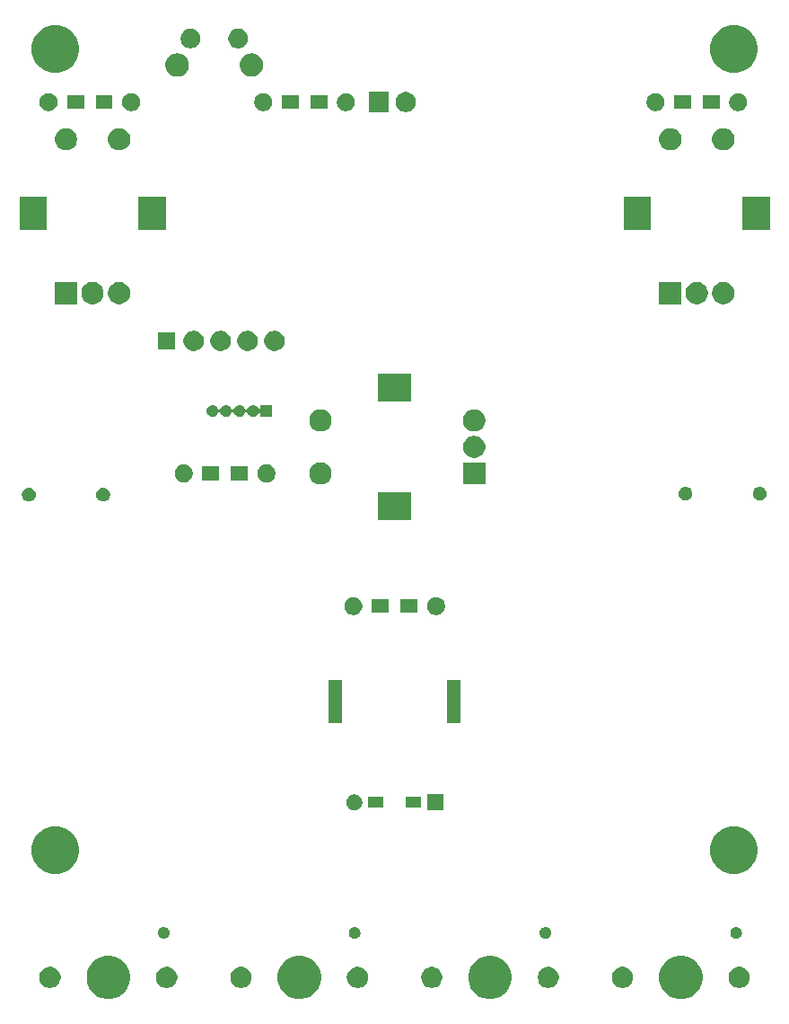
<source format=gbr>
G04 #@! TF.GenerationSoftware,KiCad,Pcbnew,5.1.5+dfsg1-2build2*
G04 #@! TF.CreationDate,2021-03-25T10:03:56+09:00*
G04 #@! TF.ProjectId,pad,7061642e-6b69-4636-9164-5f7063625858,rev?*
G04 #@! TF.SameCoordinates,Original*
G04 #@! TF.FileFunction,Soldermask,Top*
G04 #@! TF.FilePolarity,Negative*
%FSLAX46Y46*%
G04 Gerber Fmt 4.6, Leading zero omitted, Abs format (unit mm)*
G04 Created by KiCad (PCBNEW 5.1.5+dfsg1-2build2) date 2021-03-25 10:03:56*
%MOMM*%
%LPD*%
G04 APERTURE LIST*
%ADD10C,0.100000*%
G04 APERTURE END LIST*
D10*
G36*
X138098254Y-144027818D02*
G01*
X138471511Y-144182426D01*
X138471513Y-144182427D01*
X138807436Y-144406884D01*
X139093116Y-144692564D01*
X139317574Y-145028489D01*
X139472182Y-145401746D01*
X139551000Y-145797993D01*
X139551000Y-146202007D01*
X139472182Y-146598254D01*
X139321293Y-146962532D01*
X139317573Y-146971513D01*
X139093116Y-147307436D01*
X138807436Y-147593116D01*
X138471513Y-147817573D01*
X138471512Y-147817574D01*
X138471511Y-147817574D01*
X138098254Y-147972182D01*
X137702007Y-148051000D01*
X137297993Y-148051000D01*
X136901746Y-147972182D01*
X136528489Y-147817574D01*
X136528488Y-147817574D01*
X136528487Y-147817573D01*
X136192564Y-147593116D01*
X135906884Y-147307436D01*
X135682427Y-146971513D01*
X135678707Y-146962532D01*
X135527818Y-146598254D01*
X135449000Y-146202007D01*
X135449000Y-145797993D01*
X135527818Y-145401746D01*
X135682426Y-145028489D01*
X135906884Y-144692564D01*
X136192564Y-144406884D01*
X136528487Y-144182427D01*
X136528489Y-144182426D01*
X136901746Y-144027818D01*
X137297993Y-143949000D01*
X137702007Y-143949000D01*
X138098254Y-144027818D01*
G37*
G36*
X120098254Y-144027818D02*
G01*
X120471511Y-144182426D01*
X120471513Y-144182427D01*
X120807436Y-144406884D01*
X121093116Y-144692564D01*
X121317574Y-145028489D01*
X121472182Y-145401746D01*
X121551000Y-145797993D01*
X121551000Y-146202007D01*
X121472182Y-146598254D01*
X121321293Y-146962532D01*
X121317573Y-146971513D01*
X121093116Y-147307436D01*
X120807436Y-147593116D01*
X120471513Y-147817573D01*
X120471512Y-147817574D01*
X120471511Y-147817574D01*
X120098254Y-147972182D01*
X119702007Y-148051000D01*
X119297993Y-148051000D01*
X118901746Y-147972182D01*
X118528489Y-147817574D01*
X118528488Y-147817574D01*
X118528487Y-147817573D01*
X118192564Y-147593116D01*
X117906884Y-147307436D01*
X117682427Y-146971513D01*
X117678707Y-146962532D01*
X117527818Y-146598254D01*
X117449000Y-146202007D01*
X117449000Y-145797993D01*
X117527818Y-145401746D01*
X117682426Y-145028489D01*
X117906884Y-144692564D01*
X118192564Y-144406884D01*
X118528487Y-144182427D01*
X118528489Y-144182426D01*
X118901746Y-144027818D01*
X119297993Y-143949000D01*
X119702007Y-143949000D01*
X120098254Y-144027818D01*
G37*
G36*
X84098254Y-144027818D02*
G01*
X84471511Y-144182426D01*
X84471513Y-144182427D01*
X84807436Y-144406884D01*
X85093116Y-144692564D01*
X85317574Y-145028489D01*
X85472182Y-145401746D01*
X85551000Y-145797993D01*
X85551000Y-146202007D01*
X85472182Y-146598254D01*
X85321293Y-146962532D01*
X85317573Y-146971513D01*
X85093116Y-147307436D01*
X84807436Y-147593116D01*
X84471513Y-147817573D01*
X84471512Y-147817574D01*
X84471511Y-147817574D01*
X84098254Y-147972182D01*
X83702007Y-148051000D01*
X83297993Y-148051000D01*
X82901746Y-147972182D01*
X82528489Y-147817574D01*
X82528488Y-147817574D01*
X82528487Y-147817573D01*
X82192564Y-147593116D01*
X81906884Y-147307436D01*
X81682427Y-146971513D01*
X81678707Y-146962532D01*
X81527818Y-146598254D01*
X81449000Y-146202007D01*
X81449000Y-145797993D01*
X81527818Y-145401746D01*
X81682426Y-145028489D01*
X81906884Y-144692564D01*
X82192564Y-144406884D01*
X82528487Y-144182427D01*
X82528489Y-144182426D01*
X82901746Y-144027818D01*
X83297993Y-143949000D01*
X83702007Y-143949000D01*
X84098254Y-144027818D01*
G37*
G36*
X102098254Y-144027818D02*
G01*
X102471511Y-144182426D01*
X102471513Y-144182427D01*
X102807436Y-144406884D01*
X103093116Y-144692564D01*
X103317574Y-145028489D01*
X103472182Y-145401746D01*
X103551000Y-145797993D01*
X103551000Y-146202007D01*
X103472182Y-146598254D01*
X103321293Y-146962532D01*
X103317573Y-146971513D01*
X103093116Y-147307436D01*
X102807436Y-147593116D01*
X102471513Y-147817573D01*
X102471512Y-147817574D01*
X102471511Y-147817574D01*
X102098254Y-147972182D01*
X101702007Y-148051000D01*
X101297993Y-148051000D01*
X100901746Y-147972182D01*
X100528489Y-147817574D01*
X100528488Y-147817574D01*
X100528487Y-147817573D01*
X100192564Y-147593116D01*
X99906884Y-147307436D01*
X99682427Y-146971513D01*
X99678707Y-146962532D01*
X99527818Y-146598254D01*
X99449000Y-146202007D01*
X99449000Y-145797993D01*
X99527818Y-145401746D01*
X99682426Y-145028489D01*
X99906884Y-144692564D01*
X100192564Y-144406884D01*
X100528487Y-144182427D01*
X100528489Y-144182426D01*
X100901746Y-144027818D01*
X101297993Y-143949000D01*
X101702007Y-143949000D01*
X102098254Y-144027818D01*
G37*
G36*
X114291981Y-145037468D02*
G01*
X114474151Y-145112926D01*
X114638100Y-145222473D01*
X114777527Y-145361900D01*
X114887074Y-145525849D01*
X114962532Y-145708019D01*
X115001000Y-145901410D01*
X115001000Y-146098590D01*
X114962532Y-146291981D01*
X114887074Y-146474151D01*
X114777527Y-146638100D01*
X114638100Y-146777527D01*
X114474151Y-146887074D01*
X114291981Y-146962532D01*
X114098591Y-147001000D01*
X113901409Y-147001000D01*
X113708019Y-146962532D01*
X113525849Y-146887074D01*
X113361900Y-146777527D01*
X113222473Y-146638100D01*
X113112926Y-146474151D01*
X113037468Y-146291981D01*
X112999000Y-146098590D01*
X112999000Y-145901410D01*
X113037468Y-145708019D01*
X113112926Y-145525849D01*
X113222473Y-145361900D01*
X113361900Y-145222473D01*
X113525849Y-145112926D01*
X113708019Y-145037468D01*
X113901409Y-144999000D01*
X114098591Y-144999000D01*
X114291981Y-145037468D01*
G37*
G36*
X143291981Y-145037468D02*
G01*
X143474151Y-145112926D01*
X143638100Y-145222473D01*
X143777527Y-145361900D01*
X143887074Y-145525849D01*
X143962532Y-145708019D01*
X144001000Y-145901410D01*
X144001000Y-146098590D01*
X143962532Y-146291981D01*
X143887074Y-146474151D01*
X143777527Y-146638100D01*
X143638100Y-146777527D01*
X143474151Y-146887074D01*
X143291981Y-146962532D01*
X143098591Y-147001000D01*
X142901409Y-147001000D01*
X142708019Y-146962532D01*
X142525849Y-146887074D01*
X142361900Y-146777527D01*
X142222473Y-146638100D01*
X142112926Y-146474151D01*
X142037468Y-146291981D01*
X141999000Y-146098590D01*
X141999000Y-145901410D01*
X142037468Y-145708019D01*
X142112926Y-145525849D01*
X142222473Y-145361900D01*
X142361900Y-145222473D01*
X142525849Y-145112926D01*
X142708019Y-145037468D01*
X142901409Y-144999000D01*
X143098591Y-144999000D01*
X143291981Y-145037468D01*
G37*
G36*
X107291981Y-145037468D02*
G01*
X107474151Y-145112926D01*
X107638100Y-145222473D01*
X107777527Y-145361900D01*
X107887074Y-145525849D01*
X107962532Y-145708019D01*
X108001000Y-145901410D01*
X108001000Y-146098590D01*
X107962532Y-146291981D01*
X107887074Y-146474151D01*
X107777527Y-146638100D01*
X107638100Y-146777527D01*
X107474151Y-146887074D01*
X107291981Y-146962532D01*
X107098591Y-147001000D01*
X106901409Y-147001000D01*
X106708019Y-146962532D01*
X106525849Y-146887074D01*
X106361900Y-146777527D01*
X106222473Y-146638100D01*
X106112926Y-146474151D01*
X106037468Y-146291981D01*
X105999000Y-146098590D01*
X105999000Y-145901410D01*
X106037468Y-145708019D01*
X106112926Y-145525849D01*
X106222473Y-145361900D01*
X106361900Y-145222473D01*
X106525849Y-145112926D01*
X106708019Y-145037468D01*
X106901409Y-144999000D01*
X107098591Y-144999000D01*
X107291981Y-145037468D01*
G37*
G36*
X96291981Y-145037468D02*
G01*
X96474151Y-145112926D01*
X96638100Y-145222473D01*
X96777527Y-145361900D01*
X96887074Y-145525849D01*
X96962532Y-145708019D01*
X97001000Y-145901410D01*
X97001000Y-146098590D01*
X96962532Y-146291981D01*
X96887074Y-146474151D01*
X96777527Y-146638100D01*
X96638100Y-146777527D01*
X96474151Y-146887074D01*
X96291981Y-146962532D01*
X96098591Y-147001000D01*
X95901409Y-147001000D01*
X95708019Y-146962532D01*
X95525849Y-146887074D01*
X95361900Y-146777527D01*
X95222473Y-146638100D01*
X95112926Y-146474151D01*
X95037468Y-146291981D01*
X94999000Y-146098590D01*
X94999000Y-145901410D01*
X95037468Y-145708019D01*
X95112926Y-145525849D01*
X95222473Y-145361900D01*
X95361900Y-145222473D01*
X95525849Y-145112926D01*
X95708019Y-145037468D01*
X95901409Y-144999000D01*
X96098591Y-144999000D01*
X96291981Y-145037468D01*
G37*
G36*
X78291981Y-145037468D02*
G01*
X78474151Y-145112926D01*
X78638100Y-145222473D01*
X78777527Y-145361900D01*
X78887074Y-145525849D01*
X78962532Y-145708019D01*
X79001000Y-145901410D01*
X79001000Y-146098590D01*
X78962532Y-146291981D01*
X78887074Y-146474151D01*
X78777527Y-146638100D01*
X78638100Y-146777527D01*
X78474151Y-146887074D01*
X78291981Y-146962532D01*
X78098591Y-147001000D01*
X77901409Y-147001000D01*
X77708019Y-146962532D01*
X77525849Y-146887074D01*
X77361900Y-146777527D01*
X77222473Y-146638100D01*
X77112926Y-146474151D01*
X77037468Y-146291981D01*
X76999000Y-146098590D01*
X76999000Y-145901410D01*
X77037468Y-145708019D01*
X77112926Y-145525849D01*
X77222473Y-145361900D01*
X77361900Y-145222473D01*
X77525849Y-145112926D01*
X77708019Y-145037468D01*
X77901409Y-144999000D01*
X78098591Y-144999000D01*
X78291981Y-145037468D01*
G37*
G36*
X125291981Y-145037468D02*
G01*
X125474151Y-145112926D01*
X125638100Y-145222473D01*
X125777527Y-145361900D01*
X125887074Y-145525849D01*
X125962532Y-145708019D01*
X126001000Y-145901410D01*
X126001000Y-146098590D01*
X125962532Y-146291981D01*
X125887074Y-146474151D01*
X125777527Y-146638100D01*
X125638100Y-146777527D01*
X125474151Y-146887074D01*
X125291981Y-146962532D01*
X125098591Y-147001000D01*
X124901409Y-147001000D01*
X124708019Y-146962532D01*
X124525849Y-146887074D01*
X124361900Y-146777527D01*
X124222473Y-146638100D01*
X124112926Y-146474151D01*
X124037468Y-146291981D01*
X123999000Y-146098590D01*
X123999000Y-145901410D01*
X124037468Y-145708019D01*
X124112926Y-145525849D01*
X124222473Y-145361900D01*
X124361900Y-145222473D01*
X124525849Y-145112926D01*
X124708019Y-145037468D01*
X124901409Y-144999000D01*
X125098591Y-144999000D01*
X125291981Y-145037468D01*
G37*
G36*
X89291981Y-145037468D02*
G01*
X89474151Y-145112926D01*
X89638100Y-145222473D01*
X89777527Y-145361900D01*
X89887074Y-145525849D01*
X89962532Y-145708019D01*
X90001000Y-145901410D01*
X90001000Y-146098590D01*
X89962532Y-146291981D01*
X89887074Y-146474151D01*
X89777527Y-146638100D01*
X89638100Y-146777527D01*
X89474151Y-146887074D01*
X89291981Y-146962532D01*
X89098591Y-147001000D01*
X88901409Y-147001000D01*
X88708019Y-146962532D01*
X88525849Y-146887074D01*
X88361900Y-146777527D01*
X88222473Y-146638100D01*
X88112926Y-146474151D01*
X88037468Y-146291981D01*
X87999000Y-146098590D01*
X87999000Y-145901410D01*
X88037468Y-145708019D01*
X88112926Y-145525849D01*
X88222473Y-145361900D01*
X88361900Y-145222473D01*
X88525849Y-145112926D01*
X88708019Y-145037468D01*
X88901409Y-144999000D01*
X89098591Y-144999000D01*
X89291981Y-145037468D01*
G37*
G36*
X132291981Y-145037468D02*
G01*
X132474151Y-145112926D01*
X132638100Y-145222473D01*
X132777527Y-145361900D01*
X132887074Y-145525849D01*
X132962532Y-145708019D01*
X133001000Y-145901410D01*
X133001000Y-146098590D01*
X132962532Y-146291981D01*
X132887074Y-146474151D01*
X132777527Y-146638100D01*
X132638100Y-146777527D01*
X132474151Y-146887074D01*
X132291981Y-146962532D01*
X132098591Y-147001000D01*
X131901409Y-147001000D01*
X131708019Y-146962532D01*
X131525849Y-146887074D01*
X131361900Y-146777527D01*
X131222473Y-146638100D01*
X131112926Y-146474151D01*
X131037468Y-146291981D01*
X130999000Y-146098590D01*
X130999000Y-145901410D01*
X131037468Y-145708019D01*
X131112926Y-145525849D01*
X131222473Y-145361900D01*
X131361900Y-145222473D01*
X131525849Y-145112926D01*
X131708019Y-145037468D01*
X131901409Y-144999000D01*
X132098591Y-144999000D01*
X132291981Y-145037468D01*
G37*
G36*
X142880721Y-141270174D02*
G01*
X142980995Y-141311709D01*
X142980996Y-141311710D01*
X143071242Y-141372010D01*
X143147990Y-141448758D01*
X143147991Y-141448760D01*
X143208291Y-141539005D01*
X143249826Y-141639279D01*
X143271000Y-141745730D01*
X143271000Y-141854270D01*
X143249826Y-141960721D01*
X143208291Y-142060995D01*
X143208290Y-142060996D01*
X143147990Y-142151242D01*
X143071242Y-142227990D01*
X143025812Y-142258345D01*
X142980995Y-142288291D01*
X142880721Y-142329826D01*
X142774270Y-142351000D01*
X142665730Y-142351000D01*
X142559279Y-142329826D01*
X142459005Y-142288291D01*
X142414188Y-142258345D01*
X142368758Y-142227990D01*
X142292010Y-142151242D01*
X142231710Y-142060996D01*
X142231709Y-142060995D01*
X142190174Y-141960721D01*
X142169000Y-141854270D01*
X142169000Y-141745730D01*
X142190174Y-141639279D01*
X142231709Y-141539005D01*
X142292009Y-141448760D01*
X142292010Y-141448758D01*
X142368758Y-141372010D01*
X142459004Y-141311710D01*
X142459005Y-141311709D01*
X142559279Y-141270174D01*
X142665730Y-141249000D01*
X142774270Y-141249000D01*
X142880721Y-141270174D01*
G37*
G36*
X124880721Y-141270174D02*
G01*
X124980995Y-141311709D01*
X124980996Y-141311710D01*
X125071242Y-141372010D01*
X125147990Y-141448758D01*
X125147991Y-141448760D01*
X125208291Y-141539005D01*
X125249826Y-141639279D01*
X125271000Y-141745730D01*
X125271000Y-141854270D01*
X125249826Y-141960721D01*
X125208291Y-142060995D01*
X125208290Y-142060996D01*
X125147990Y-142151242D01*
X125071242Y-142227990D01*
X125025812Y-142258345D01*
X124980995Y-142288291D01*
X124880721Y-142329826D01*
X124774270Y-142351000D01*
X124665730Y-142351000D01*
X124559279Y-142329826D01*
X124459005Y-142288291D01*
X124414188Y-142258345D01*
X124368758Y-142227990D01*
X124292010Y-142151242D01*
X124231710Y-142060996D01*
X124231709Y-142060995D01*
X124190174Y-141960721D01*
X124169000Y-141854270D01*
X124169000Y-141745730D01*
X124190174Y-141639279D01*
X124231709Y-141539005D01*
X124292009Y-141448760D01*
X124292010Y-141448758D01*
X124368758Y-141372010D01*
X124459004Y-141311710D01*
X124459005Y-141311709D01*
X124559279Y-141270174D01*
X124665730Y-141249000D01*
X124774270Y-141249000D01*
X124880721Y-141270174D01*
G37*
G36*
X88880721Y-141270174D02*
G01*
X88980995Y-141311709D01*
X88980996Y-141311710D01*
X89071242Y-141372010D01*
X89147990Y-141448758D01*
X89147991Y-141448760D01*
X89208291Y-141539005D01*
X89249826Y-141639279D01*
X89271000Y-141745730D01*
X89271000Y-141854270D01*
X89249826Y-141960721D01*
X89208291Y-142060995D01*
X89208290Y-142060996D01*
X89147990Y-142151242D01*
X89071242Y-142227990D01*
X89025812Y-142258345D01*
X88980995Y-142288291D01*
X88880721Y-142329826D01*
X88774270Y-142351000D01*
X88665730Y-142351000D01*
X88559279Y-142329826D01*
X88459005Y-142288291D01*
X88414188Y-142258345D01*
X88368758Y-142227990D01*
X88292010Y-142151242D01*
X88231710Y-142060996D01*
X88231709Y-142060995D01*
X88190174Y-141960721D01*
X88169000Y-141854270D01*
X88169000Y-141745730D01*
X88190174Y-141639279D01*
X88231709Y-141539005D01*
X88292009Y-141448760D01*
X88292010Y-141448758D01*
X88368758Y-141372010D01*
X88459004Y-141311710D01*
X88459005Y-141311709D01*
X88559279Y-141270174D01*
X88665730Y-141249000D01*
X88774270Y-141249000D01*
X88880721Y-141270174D01*
G37*
G36*
X106880721Y-141270174D02*
G01*
X106980995Y-141311709D01*
X106980996Y-141311710D01*
X107071242Y-141372010D01*
X107147990Y-141448758D01*
X107147991Y-141448760D01*
X107208291Y-141539005D01*
X107249826Y-141639279D01*
X107271000Y-141745730D01*
X107271000Y-141854270D01*
X107249826Y-141960721D01*
X107208291Y-142060995D01*
X107208290Y-142060996D01*
X107147990Y-142151242D01*
X107071242Y-142227990D01*
X107025812Y-142258345D01*
X106980995Y-142288291D01*
X106880721Y-142329826D01*
X106774270Y-142351000D01*
X106665730Y-142351000D01*
X106559279Y-142329826D01*
X106459005Y-142288291D01*
X106414188Y-142258345D01*
X106368758Y-142227990D01*
X106292010Y-142151242D01*
X106231710Y-142060996D01*
X106231709Y-142060995D01*
X106190174Y-141960721D01*
X106169000Y-141854270D01*
X106169000Y-141745730D01*
X106190174Y-141639279D01*
X106231709Y-141539005D01*
X106292009Y-141448760D01*
X106292010Y-141448758D01*
X106368758Y-141372010D01*
X106459004Y-141311710D01*
X106459005Y-141311709D01*
X106559279Y-141270174D01*
X106665730Y-141249000D01*
X106774270Y-141249000D01*
X106880721Y-141270174D01*
G37*
G36*
X78775880Y-131759776D02*
G01*
X79156593Y-131835504D01*
X79566249Y-132005189D01*
X79934929Y-132251534D01*
X80248466Y-132565071D01*
X80494811Y-132933751D01*
X80664496Y-133343407D01*
X80751000Y-133778296D01*
X80751000Y-134221704D01*
X80664496Y-134656593D01*
X80494811Y-135066249D01*
X80248466Y-135434929D01*
X79934929Y-135748466D01*
X79566249Y-135994811D01*
X79156593Y-136164496D01*
X78775880Y-136240224D01*
X78721705Y-136251000D01*
X78278295Y-136251000D01*
X78224120Y-136240224D01*
X77843407Y-136164496D01*
X77433751Y-135994811D01*
X77065071Y-135748466D01*
X76751534Y-135434929D01*
X76505189Y-135066249D01*
X76335504Y-134656593D01*
X76249000Y-134221704D01*
X76249000Y-133778296D01*
X76335504Y-133343407D01*
X76505189Y-132933751D01*
X76751534Y-132565071D01*
X77065071Y-132251534D01*
X77433751Y-132005189D01*
X77843407Y-131835504D01*
X78224120Y-131759776D01*
X78278295Y-131749000D01*
X78721705Y-131749000D01*
X78775880Y-131759776D01*
G37*
G36*
X142775880Y-131759776D02*
G01*
X143156593Y-131835504D01*
X143566249Y-132005189D01*
X143934929Y-132251534D01*
X144248466Y-132565071D01*
X144494811Y-132933751D01*
X144664496Y-133343407D01*
X144751000Y-133778296D01*
X144751000Y-134221704D01*
X144664496Y-134656593D01*
X144494811Y-135066249D01*
X144248466Y-135434929D01*
X143934929Y-135748466D01*
X143566249Y-135994811D01*
X143156593Y-136164496D01*
X142775880Y-136240224D01*
X142721705Y-136251000D01*
X142278295Y-136251000D01*
X142224120Y-136240224D01*
X141843407Y-136164496D01*
X141433751Y-135994811D01*
X141065071Y-135748466D01*
X140751534Y-135434929D01*
X140505189Y-135066249D01*
X140335504Y-134656593D01*
X140249000Y-134221704D01*
X140249000Y-133778296D01*
X140335504Y-133343407D01*
X140505189Y-132933751D01*
X140751534Y-132565071D01*
X141065071Y-132251534D01*
X141433751Y-132005189D01*
X141843407Y-131835504D01*
X142224120Y-131759776D01*
X142278295Y-131749000D01*
X142721705Y-131749000D01*
X142775880Y-131759776D01*
G37*
G36*
X106784425Y-128754599D02*
G01*
X106908621Y-128779302D01*
X107045022Y-128835801D01*
X107167779Y-128917825D01*
X107272175Y-129022221D01*
X107354199Y-129144978D01*
X107410698Y-129281379D01*
X107439500Y-129426181D01*
X107439500Y-129573819D01*
X107410698Y-129718621D01*
X107354199Y-129855022D01*
X107272175Y-129977779D01*
X107167779Y-130082175D01*
X107045022Y-130164199D01*
X106908621Y-130220698D01*
X106784425Y-130245401D01*
X106763820Y-130249500D01*
X106616180Y-130249500D01*
X106595575Y-130245401D01*
X106471379Y-130220698D01*
X106334978Y-130164199D01*
X106212221Y-130082175D01*
X106107825Y-129977779D01*
X106025801Y-129855022D01*
X105969302Y-129718621D01*
X105940500Y-129573819D01*
X105940500Y-129426181D01*
X105969302Y-129281379D01*
X106025801Y-129144978D01*
X106107825Y-129022221D01*
X106212221Y-128917825D01*
X106334978Y-128835801D01*
X106471379Y-128779302D01*
X106595575Y-128754599D01*
X106616180Y-128750500D01*
X106763820Y-128750500D01*
X106784425Y-128754599D01*
G37*
G36*
X115059500Y-130249500D02*
G01*
X113560500Y-130249500D01*
X113560500Y-128750500D01*
X115059500Y-128750500D01*
X115059500Y-130249500D01*
G37*
G36*
X109426000Y-130026000D02*
G01*
X108024000Y-130026000D01*
X108024000Y-128974000D01*
X109426000Y-128974000D01*
X109426000Y-130026000D01*
G37*
G36*
X112976000Y-130026000D02*
G01*
X111574000Y-130026000D01*
X111574000Y-128974000D01*
X112976000Y-128974000D01*
X112976000Y-130026000D01*
G37*
G36*
X105551000Y-122051000D02*
G01*
X104249000Y-122051000D01*
X104249000Y-117949000D01*
X105551000Y-117949000D01*
X105551000Y-122051000D01*
G37*
G36*
X116751000Y-122051000D02*
G01*
X115449000Y-122051000D01*
X115449000Y-117949000D01*
X116751000Y-117949000D01*
X116751000Y-122051000D01*
G37*
G36*
X114648228Y-110181703D02*
G01*
X114803100Y-110245853D01*
X114942481Y-110338985D01*
X115061015Y-110457519D01*
X115154147Y-110596900D01*
X115218297Y-110751772D01*
X115251000Y-110916184D01*
X115251000Y-111083816D01*
X115218297Y-111248228D01*
X115154147Y-111403100D01*
X115061015Y-111542481D01*
X114942481Y-111661015D01*
X114803100Y-111754147D01*
X114648228Y-111818297D01*
X114483816Y-111851000D01*
X114316184Y-111851000D01*
X114151772Y-111818297D01*
X113996900Y-111754147D01*
X113857519Y-111661015D01*
X113738985Y-111542481D01*
X113645853Y-111403100D01*
X113581703Y-111248228D01*
X113549000Y-111083816D01*
X113549000Y-110916184D01*
X113581703Y-110751772D01*
X113645853Y-110596900D01*
X113738985Y-110457519D01*
X113857519Y-110338985D01*
X113996900Y-110245853D01*
X114151772Y-110181703D01*
X114316184Y-110149000D01*
X114483816Y-110149000D01*
X114648228Y-110181703D01*
G37*
G36*
X106848228Y-110181703D02*
G01*
X107003100Y-110245853D01*
X107142481Y-110338985D01*
X107261015Y-110457519D01*
X107354147Y-110596900D01*
X107418297Y-110751772D01*
X107451000Y-110916184D01*
X107451000Y-111083816D01*
X107418297Y-111248228D01*
X107354147Y-111403100D01*
X107261015Y-111542481D01*
X107142481Y-111661015D01*
X107003100Y-111754147D01*
X106848228Y-111818297D01*
X106683816Y-111851000D01*
X106516184Y-111851000D01*
X106351772Y-111818297D01*
X106196900Y-111754147D01*
X106057519Y-111661015D01*
X105938985Y-111542481D01*
X105845853Y-111403100D01*
X105781703Y-111248228D01*
X105749000Y-111083816D01*
X105749000Y-110916184D01*
X105781703Y-110751772D01*
X105845853Y-110596900D01*
X105938985Y-110457519D01*
X106057519Y-110338985D01*
X106196900Y-110245853D01*
X106351772Y-110181703D01*
X106516184Y-110149000D01*
X106683816Y-110149000D01*
X106848228Y-110181703D01*
G37*
G36*
X112651000Y-111651000D02*
G01*
X111049000Y-111651000D01*
X111049000Y-110349000D01*
X112651000Y-110349000D01*
X112651000Y-111651000D01*
G37*
G36*
X109951000Y-111651000D02*
G01*
X108349000Y-111651000D01*
X108349000Y-110349000D01*
X109951000Y-110349000D01*
X109951000Y-111651000D01*
G37*
G36*
X112051000Y-102901000D02*
G01*
X108949000Y-102901000D01*
X108949000Y-100299000D01*
X112051000Y-100299000D01*
X112051000Y-102901000D01*
G37*
G36*
X76189890Y-99874017D02*
G01*
X76308364Y-99923091D01*
X76414988Y-99994335D01*
X76505665Y-100085012D01*
X76576909Y-100191636D01*
X76625983Y-100310110D01*
X76651000Y-100435882D01*
X76651000Y-100564118D01*
X76625983Y-100689890D01*
X76576909Y-100808364D01*
X76505665Y-100914988D01*
X76414988Y-101005665D01*
X76308364Y-101076909D01*
X76308363Y-101076910D01*
X76308362Y-101076910D01*
X76189890Y-101125983D01*
X76064119Y-101151000D01*
X75935881Y-101151000D01*
X75810110Y-101125983D01*
X75691638Y-101076910D01*
X75691637Y-101076910D01*
X75691636Y-101076909D01*
X75585012Y-101005665D01*
X75494335Y-100914988D01*
X75423091Y-100808364D01*
X75374017Y-100689890D01*
X75349000Y-100564118D01*
X75349000Y-100435882D01*
X75374017Y-100310110D01*
X75423091Y-100191636D01*
X75494335Y-100085012D01*
X75585012Y-99994335D01*
X75691636Y-99923091D01*
X75810110Y-99874017D01*
X75935881Y-99849000D01*
X76064119Y-99849000D01*
X76189890Y-99874017D01*
G37*
G36*
X83189890Y-99874017D02*
G01*
X83308364Y-99923091D01*
X83414988Y-99994335D01*
X83505665Y-100085012D01*
X83576909Y-100191636D01*
X83625983Y-100310110D01*
X83651000Y-100435882D01*
X83651000Y-100564118D01*
X83625983Y-100689890D01*
X83576909Y-100808364D01*
X83505665Y-100914988D01*
X83414988Y-101005665D01*
X83308364Y-101076909D01*
X83308363Y-101076910D01*
X83308362Y-101076910D01*
X83189890Y-101125983D01*
X83064119Y-101151000D01*
X82935881Y-101151000D01*
X82810110Y-101125983D01*
X82691638Y-101076910D01*
X82691637Y-101076910D01*
X82691636Y-101076909D01*
X82585012Y-101005665D01*
X82494335Y-100914988D01*
X82423091Y-100808364D01*
X82374017Y-100689890D01*
X82349000Y-100564118D01*
X82349000Y-100435882D01*
X82374017Y-100310110D01*
X82423091Y-100191636D01*
X82494335Y-100085012D01*
X82585012Y-99994335D01*
X82691636Y-99923091D01*
X82810110Y-99874017D01*
X82935881Y-99849000D01*
X83064119Y-99849000D01*
X83189890Y-99874017D01*
G37*
G36*
X145120890Y-99774017D02*
G01*
X145239364Y-99823091D01*
X145345988Y-99894335D01*
X145436665Y-99985012D01*
X145507909Y-100091636D01*
X145556983Y-100210110D01*
X145582000Y-100335882D01*
X145582000Y-100464118D01*
X145556983Y-100589890D01*
X145507909Y-100708364D01*
X145436665Y-100814988D01*
X145345988Y-100905665D01*
X145239364Y-100976909D01*
X145239363Y-100976910D01*
X145239362Y-100976910D01*
X145120890Y-101025983D01*
X144995119Y-101051000D01*
X144866881Y-101051000D01*
X144741110Y-101025983D01*
X144622638Y-100976910D01*
X144622637Y-100976910D01*
X144622636Y-100976909D01*
X144516012Y-100905665D01*
X144425335Y-100814988D01*
X144354091Y-100708364D01*
X144305017Y-100589890D01*
X144280000Y-100464118D01*
X144280000Y-100335882D01*
X144305017Y-100210110D01*
X144354091Y-100091636D01*
X144425335Y-99985012D01*
X144516012Y-99894335D01*
X144622636Y-99823091D01*
X144741110Y-99774017D01*
X144866881Y-99749000D01*
X144995119Y-99749000D01*
X145120890Y-99774017D01*
G37*
G36*
X138120890Y-99774017D02*
G01*
X138239364Y-99823091D01*
X138345988Y-99894335D01*
X138436665Y-99985012D01*
X138507909Y-100091636D01*
X138556983Y-100210110D01*
X138582000Y-100335882D01*
X138582000Y-100464118D01*
X138556983Y-100589890D01*
X138507909Y-100708364D01*
X138436665Y-100814988D01*
X138345988Y-100905665D01*
X138239364Y-100976909D01*
X138239363Y-100976910D01*
X138239362Y-100976910D01*
X138120890Y-101025983D01*
X137995119Y-101051000D01*
X137866881Y-101051000D01*
X137741110Y-101025983D01*
X137622638Y-100976910D01*
X137622637Y-100976910D01*
X137622636Y-100976909D01*
X137516012Y-100905665D01*
X137425335Y-100814988D01*
X137354091Y-100708364D01*
X137305017Y-100589890D01*
X137280000Y-100464118D01*
X137280000Y-100335882D01*
X137305017Y-100210110D01*
X137354091Y-100091636D01*
X137425335Y-99985012D01*
X137516012Y-99894335D01*
X137622636Y-99823091D01*
X137741110Y-99774017D01*
X137866881Y-99749000D01*
X137995119Y-99749000D01*
X138120890Y-99774017D01*
G37*
G36*
X119051000Y-99551000D02*
G01*
X116949000Y-99551000D01*
X116949000Y-97449000D01*
X119051000Y-97449000D01*
X119051000Y-99551000D01*
G37*
G36*
X103806564Y-97489389D02*
G01*
X103997833Y-97568615D01*
X103997835Y-97568616D01*
X104118138Y-97649000D01*
X104169973Y-97683635D01*
X104316365Y-97830027D01*
X104431385Y-98002167D01*
X104510611Y-98193436D01*
X104551000Y-98396484D01*
X104551000Y-98603516D01*
X104510611Y-98806564D01*
X104431385Y-98997833D01*
X104431384Y-98997835D01*
X104316365Y-99169973D01*
X104169973Y-99316365D01*
X103997835Y-99431384D01*
X103997834Y-99431385D01*
X103997833Y-99431385D01*
X103806564Y-99510611D01*
X103603516Y-99551000D01*
X103396484Y-99551000D01*
X103193436Y-99510611D01*
X103002167Y-99431385D01*
X103002166Y-99431385D01*
X103002165Y-99431384D01*
X102830027Y-99316365D01*
X102683635Y-99169973D01*
X102568616Y-98997835D01*
X102568615Y-98997833D01*
X102489389Y-98806564D01*
X102449000Y-98603516D01*
X102449000Y-98396484D01*
X102489389Y-98193436D01*
X102568615Y-98002167D01*
X102683635Y-97830027D01*
X102830027Y-97683635D01*
X102881862Y-97649000D01*
X103002165Y-97568616D01*
X103002167Y-97568615D01*
X103193436Y-97489389D01*
X103396484Y-97449000D01*
X103603516Y-97449000D01*
X103806564Y-97489389D01*
G37*
G36*
X90848228Y-97681703D02*
G01*
X91003100Y-97745853D01*
X91142481Y-97838985D01*
X91261015Y-97957519D01*
X91354147Y-98096900D01*
X91418297Y-98251772D01*
X91451000Y-98416184D01*
X91451000Y-98583816D01*
X91418297Y-98748228D01*
X91354147Y-98903100D01*
X91261015Y-99042481D01*
X91142481Y-99161015D01*
X91003100Y-99254147D01*
X90848228Y-99318297D01*
X90683816Y-99351000D01*
X90516184Y-99351000D01*
X90351772Y-99318297D01*
X90196900Y-99254147D01*
X90057519Y-99161015D01*
X89938985Y-99042481D01*
X89845853Y-98903100D01*
X89781703Y-98748228D01*
X89749000Y-98583816D01*
X89749000Y-98416184D01*
X89781703Y-98251772D01*
X89845853Y-98096900D01*
X89938985Y-97957519D01*
X90057519Y-97838985D01*
X90196900Y-97745853D01*
X90351772Y-97681703D01*
X90516184Y-97649000D01*
X90683816Y-97649000D01*
X90848228Y-97681703D01*
G37*
G36*
X98648228Y-97681703D02*
G01*
X98803100Y-97745853D01*
X98942481Y-97838985D01*
X99061015Y-97957519D01*
X99154147Y-98096900D01*
X99218297Y-98251772D01*
X99251000Y-98416184D01*
X99251000Y-98583816D01*
X99218297Y-98748228D01*
X99154147Y-98903100D01*
X99061015Y-99042481D01*
X98942481Y-99161015D01*
X98803100Y-99254147D01*
X98648228Y-99318297D01*
X98483816Y-99351000D01*
X98316184Y-99351000D01*
X98151772Y-99318297D01*
X97996900Y-99254147D01*
X97857519Y-99161015D01*
X97738985Y-99042481D01*
X97645853Y-98903100D01*
X97581703Y-98748228D01*
X97549000Y-98583816D01*
X97549000Y-98416184D01*
X97581703Y-98251772D01*
X97645853Y-98096900D01*
X97738985Y-97957519D01*
X97857519Y-97838985D01*
X97996900Y-97745853D01*
X98151772Y-97681703D01*
X98316184Y-97649000D01*
X98483816Y-97649000D01*
X98648228Y-97681703D01*
G37*
G36*
X96651000Y-99151000D02*
G01*
X95049000Y-99151000D01*
X95049000Y-97849000D01*
X96651000Y-97849000D01*
X96651000Y-99151000D01*
G37*
G36*
X93951000Y-99151000D02*
G01*
X92349000Y-99151000D01*
X92349000Y-97849000D01*
X93951000Y-97849000D01*
X93951000Y-99151000D01*
G37*
G36*
X118306564Y-94989389D02*
G01*
X118497833Y-95068615D01*
X118497835Y-95068616D01*
X118669973Y-95183635D01*
X118816365Y-95330027D01*
X118931385Y-95502167D01*
X119010611Y-95693436D01*
X119051000Y-95896484D01*
X119051000Y-96103516D01*
X119010611Y-96306564D01*
X118931385Y-96497833D01*
X118931384Y-96497835D01*
X118816365Y-96669973D01*
X118669973Y-96816365D01*
X118497835Y-96931384D01*
X118497834Y-96931385D01*
X118497833Y-96931385D01*
X118306564Y-97010611D01*
X118103516Y-97051000D01*
X117896484Y-97051000D01*
X117693436Y-97010611D01*
X117502167Y-96931385D01*
X117502166Y-96931385D01*
X117502165Y-96931384D01*
X117330027Y-96816365D01*
X117183635Y-96669973D01*
X117068616Y-96497835D01*
X117068615Y-96497833D01*
X116989389Y-96306564D01*
X116949000Y-96103516D01*
X116949000Y-95896484D01*
X116989389Y-95693436D01*
X117068615Y-95502167D01*
X117183635Y-95330027D01*
X117330027Y-95183635D01*
X117502165Y-95068616D01*
X117502167Y-95068615D01*
X117693436Y-94989389D01*
X117896484Y-94949000D01*
X118103516Y-94949000D01*
X118306564Y-94989389D01*
G37*
G36*
X118306564Y-92489389D02*
G01*
X118497833Y-92568615D01*
X118497835Y-92568616D01*
X118669973Y-92683635D01*
X118816365Y-92830027D01*
X118900030Y-92955240D01*
X118931385Y-93002167D01*
X119010611Y-93193436D01*
X119051000Y-93396484D01*
X119051000Y-93603516D01*
X119010611Y-93806564D01*
X118931385Y-93997833D01*
X118931384Y-93997835D01*
X118816365Y-94169973D01*
X118669973Y-94316365D01*
X118497835Y-94431384D01*
X118497834Y-94431385D01*
X118497833Y-94431385D01*
X118306564Y-94510611D01*
X118103516Y-94551000D01*
X117896484Y-94551000D01*
X117693436Y-94510611D01*
X117502167Y-94431385D01*
X117502166Y-94431385D01*
X117502165Y-94431384D01*
X117330027Y-94316365D01*
X117183635Y-94169973D01*
X117068616Y-93997835D01*
X117068615Y-93997833D01*
X116989389Y-93806564D01*
X116949000Y-93603516D01*
X116949000Y-93396484D01*
X116989389Y-93193436D01*
X117068615Y-93002167D01*
X117099971Y-92955240D01*
X117183635Y-92830027D01*
X117330027Y-92683635D01*
X117502165Y-92568616D01*
X117502167Y-92568615D01*
X117693436Y-92489389D01*
X117896484Y-92449000D01*
X118103516Y-92449000D01*
X118306564Y-92489389D01*
G37*
G36*
X103806564Y-92489389D02*
G01*
X103997833Y-92568615D01*
X103997835Y-92568616D01*
X104169973Y-92683635D01*
X104316365Y-92830027D01*
X104400030Y-92955240D01*
X104431385Y-93002167D01*
X104510611Y-93193436D01*
X104551000Y-93396484D01*
X104551000Y-93603516D01*
X104510611Y-93806564D01*
X104431385Y-93997833D01*
X104431384Y-93997835D01*
X104316365Y-94169973D01*
X104169973Y-94316365D01*
X103997835Y-94431384D01*
X103997834Y-94431385D01*
X103997833Y-94431385D01*
X103806564Y-94510611D01*
X103603516Y-94551000D01*
X103396484Y-94551000D01*
X103193436Y-94510611D01*
X103002167Y-94431385D01*
X103002166Y-94431385D01*
X103002165Y-94431384D01*
X102830027Y-94316365D01*
X102683635Y-94169973D01*
X102568616Y-93997835D01*
X102568615Y-93997833D01*
X102489389Y-93806564D01*
X102449000Y-93603516D01*
X102449000Y-93396484D01*
X102489389Y-93193436D01*
X102568615Y-93002167D01*
X102599971Y-92955240D01*
X102683635Y-92830027D01*
X102830027Y-92683635D01*
X103002165Y-92568616D01*
X103002167Y-92568615D01*
X103193436Y-92489389D01*
X103396484Y-92449000D01*
X103603516Y-92449000D01*
X103806564Y-92489389D01*
G37*
G36*
X93478721Y-92074174D02*
G01*
X93578995Y-92115709D01*
X93578996Y-92115710D01*
X93669242Y-92176010D01*
X93745990Y-92252758D01*
X93745991Y-92252760D01*
X93806291Y-92343005D01*
X93837516Y-92418389D01*
X93849067Y-92440000D01*
X93864612Y-92458941D01*
X93883554Y-92474487D01*
X93905165Y-92486038D01*
X93928614Y-92493151D01*
X93953000Y-92495553D01*
X93977386Y-92493151D01*
X94000835Y-92486038D01*
X94022446Y-92474487D01*
X94041387Y-92458942D01*
X94056933Y-92440000D01*
X94068484Y-92418389D01*
X94099709Y-92343005D01*
X94160009Y-92252760D01*
X94160010Y-92252758D01*
X94236758Y-92176010D01*
X94327004Y-92115710D01*
X94327005Y-92115709D01*
X94427279Y-92074174D01*
X94533730Y-92053000D01*
X94642270Y-92053000D01*
X94748721Y-92074174D01*
X94848995Y-92115709D01*
X94848996Y-92115710D01*
X94939242Y-92176010D01*
X95015990Y-92252758D01*
X95015991Y-92252760D01*
X95076291Y-92343005D01*
X95107516Y-92418389D01*
X95119067Y-92440000D01*
X95134612Y-92458941D01*
X95153554Y-92474487D01*
X95175165Y-92486038D01*
X95198614Y-92493151D01*
X95223000Y-92495553D01*
X95247386Y-92493151D01*
X95270835Y-92486038D01*
X95292446Y-92474487D01*
X95311387Y-92458942D01*
X95326933Y-92440000D01*
X95338484Y-92418389D01*
X95369709Y-92343005D01*
X95430009Y-92252760D01*
X95430010Y-92252758D01*
X95506758Y-92176010D01*
X95597004Y-92115710D01*
X95597005Y-92115709D01*
X95697279Y-92074174D01*
X95803730Y-92053000D01*
X95912270Y-92053000D01*
X96018721Y-92074174D01*
X96118995Y-92115709D01*
X96118996Y-92115710D01*
X96209242Y-92176010D01*
X96285990Y-92252758D01*
X96285991Y-92252760D01*
X96346291Y-92343005D01*
X96377516Y-92418389D01*
X96389067Y-92440000D01*
X96404612Y-92458941D01*
X96423554Y-92474487D01*
X96445165Y-92486038D01*
X96468614Y-92493151D01*
X96493000Y-92495553D01*
X96517386Y-92493151D01*
X96540835Y-92486038D01*
X96562446Y-92474487D01*
X96581387Y-92458942D01*
X96596933Y-92440000D01*
X96608484Y-92418389D01*
X96639709Y-92343005D01*
X96700009Y-92252760D01*
X96700010Y-92252758D01*
X96776758Y-92176010D01*
X96867004Y-92115710D01*
X96867005Y-92115709D01*
X96967279Y-92074174D01*
X97073730Y-92053000D01*
X97182270Y-92053000D01*
X97288721Y-92074174D01*
X97388995Y-92115709D01*
X97388996Y-92115710D01*
X97479242Y-92176010D01*
X97555990Y-92252758D01*
X97555991Y-92252760D01*
X97618068Y-92345664D01*
X97633614Y-92364606D01*
X97652556Y-92380151D01*
X97674167Y-92391702D01*
X97697615Y-92398815D01*
X97722002Y-92401217D01*
X97746388Y-92398815D01*
X97769837Y-92391702D01*
X97791447Y-92380151D01*
X97810389Y-92364605D01*
X97825934Y-92345663D01*
X97837485Y-92324052D01*
X97844598Y-92300604D01*
X97847000Y-92276218D01*
X97847000Y-92053000D01*
X98949000Y-92053000D01*
X98949000Y-93155000D01*
X97847000Y-93155000D01*
X97847000Y-92931782D01*
X97844598Y-92907396D01*
X97837485Y-92883947D01*
X97825934Y-92862336D01*
X97810389Y-92843394D01*
X97791447Y-92827849D01*
X97769836Y-92816298D01*
X97746387Y-92809185D01*
X97722001Y-92806783D01*
X97697615Y-92809185D01*
X97674166Y-92816298D01*
X97652555Y-92827849D01*
X97633613Y-92843394D01*
X97618068Y-92862336D01*
X97576988Y-92923816D01*
X97555990Y-92955242D01*
X97479242Y-93031990D01*
X97433812Y-93062345D01*
X97388995Y-93092291D01*
X97288721Y-93133826D01*
X97182270Y-93155000D01*
X97073730Y-93155000D01*
X96967279Y-93133826D01*
X96867005Y-93092291D01*
X96822188Y-93062345D01*
X96776758Y-93031990D01*
X96700010Y-92955242D01*
X96668041Y-92907396D01*
X96639709Y-92864995D01*
X96608484Y-92789611D01*
X96596933Y-92768000D01*
X96581388Y-92749059D01*
X96562446Y-92733513D01*
X96540835Y-92721962D01*
X96517386Y-92714849D01*
X96493000Y-92712447D01*
X96468614Y-92714849D01*
X96445165Y-92721962D01*
X96423554Y-92733513D01*
X96404613Y-92749058D01*
X96389067Y-92768000D01*
X96377516Y-92789611D01*
X96346291Y-92864995D01*
X96317959Y-92907396D01*
X96285990Y-92955242D01*
X96209242Y-93031990D01*
X96163812Y-93062345D01*
X96118995Y-93092291D01*
X96018721Y-93133826D01*
X95912270Y-93155000D01*
X95803730Y-93155000D01*
X95697279Y-93133826D01*
X95597005Y-93092291D01*
X95552188Y-93062345D01*
X95506758Y-93031990D01*
X95430010Y-92955242D01*
X95398041Y-92907396D01*
X95369709Y-92864995D01*
X95338484Y-92789611D01*
X95326933Y-92768000D01*
X95311388Y-92749059D01*
X95292446Y-92733513D01*
X95270835Y-92721962D01*
X95247386Y-92714849D01*
X95223000Y-92712447D01*
X95198614Y-92714849D01*
X95175165Y-92721962D01*
X95153554Y-92733513D01*
X95134613Y-92749058D01*
X95119067Y-92768000D01*
X95107516Y-92789611D01*
X95076291Y-92864995D01*
X95047959Y-92907396D01*
X95015990Y-92955242D01*
X94939242Y-93031990D01*
X94893812Y-93062345D01*
X94848995Y-93092291D01*
X94748721Y-93133826D01*
X94642270Y-93155000D01*
X94533730Y-93155000D01*
X94427279Y-93133826D01*
X94327005Y-93092291D01*
X94282188Y-93062345D01*
X94236758Y-93031990D01*
X94160010Y-92955242D01*
X94128041Y-92907396D01*
X94099709Y-92864995D01*
X94068484Y-92789611D01*
X94056933Y-92768000D01*
X94041388Y-92749059D01*
X94022446Y-92733513D01*
X94000835Y-92721962D01*
X93977386Y-92714849D01*
X93953000Y-92712447D01*
X93928614Y-92714849D01*
X93905165Y-92721962D01*
X93883554Y-92733513D01*
X93864613Y-92749058D01*
X93849067Y-92768000D01*
X93837516Y-92789611D01*
X93806291Y-92864995D01*
X93777959Y-92907396D01*
X93745990Y-92955242D01*
X93669242Y-93031990D01*
X93623812Y-93062345D01*
X93578995Y-93092291D01*
X93478721Y-93133826D01*
X93372270Y-93155000D01*
X93263730Y-93155000D01*
X93157279Y-93133826D01*
X93057005Y-93092291D01*
X93012188Y-93062345D01*
X92966758Y-93031990D01*
X92890010Y-92955242D01*
X92858041Y-92907396D01*
X92829709Y-92864995D01*
X92788174Y-92764721D01*
X92767000Y-92658270D01*
X92767000Y-92549730D01*
X92788174Y-92443279D01*
X92829709Y-92343005D01*
X92890009Y-92252760D01*
X92890010Y-92252758D01*
X92966758Y-92176010D01*
X93057004Y-92115710D01*
X93057005Y-92115709D01*
X93157279Y-92074174D01*
X93263730Y-92053000D01*
X93372270Y-92053000D01*
X93478721Y-92074174D01*
G37*
G36*
X112051000Y-91701000D02*
G01*
X108949000Y-91701000D01*
X108949000Y-89099000D01*
X112051000Y-89099000D01*
X112051000Y-91701000D01*
G37*
G36*
X99437395Y-85085546D02*
G01*
X99610466Y-85157234D01*
X99610467Y-85157235D01*
X99766227Y-85261310D01*
X99898690Y-85393773D01*
X99898691Y-85393775D01*
X100002766Y-85549534D01*
X100074454Y-85722605D01*
X100111000Y-85906333D01*
X100111000Y-86093667D01*
X100074454Y-86277395D01*
X100002766Y-86450466D01*
X100002765Y-86450467D01*
X99898690Y-86606227D01*
X99766227Y-86738690D01*
X99687818Y-86791081D01*
X99610466Y-86842766D01*
X99437395Y-86914454D01*
X99253667Y-86951000D01*
X99066333Y-86951000D01*
X98882605Y-86914454D01*
X98709534Y-86842766D01*
X98632182Y-86791081D01*
X98553773Y-86738690D01*
X98421310Y-86606227D01*
X98317235Y-86450467D01*
X98317234Y-86450466D01*
X98245546Y-86277395D01*
X98209000Y-86093667D01*
X98209000Y-85906333D01*
X98245546Y-85722605D01*
X98317234Y-85549534D01*
X98421309Y-85393775D01*
X98421310Y-85393773D01*
X98553773Y-85261310D01*
X98709533Y-85157235D01*
X98709534Y-85157234D01*
X98882605Y-85085546D01*
X99066333Y-85049000D01*
X99253667Y-85049000D01*
X99437395Y-85085546D01*
G37*
G36*
X91817395Y-85085546D02*
G01*
X91990466Y-85157234D01*
X91990467Y-85157235D01*
X92146227Y-85261310D01*
X92278690Y-85393773D01*
X92278691Y-85393775D01*
X92382766Y-85549534D01*
X92454454Y-85722605D01*
X92491000Y-85906333D01*
X92491000Y-86093667D01*
X92454454Y-86277395D01*
X92382766Y-86450466D01*
X92382765Y-86450467D01*
X92278690Y-86606227D01*
X92146227Y-86738690D01*
X92067818Y-86791081D01*
X91990466Y-86842766D01*
X91817395Y-86914454D01*
X91633667Y-86951000D01*
X91446333Y-86951000D01*
X91262605Y-86914454D01*
X91089534Y-86842766D01*
X91012182Y-86791081D01*
X90933773Y-86738690D01*
X90801310Y-86606227D01*
X90697235Y-86450467D01*
X90697234Y-86450466D01*
X90625546Y-86277395D01*
X90589000Y-86093667D01*
X90589000Y-85906333D01*
X90625546Y-85722605D01*
X90697234Y-85549534D01*
X90801309Y-85393775D01*
X90801310Y-85393773D01*
X90933773Y-85261310D01*
X91089533Y-85157235D01*
X91089534Y-85157234D01*
X91262605Y-85085546D01*
X91446333Y-85049000D01*
X91633667Y-85049000D01*
X91817395Y-85085546D01*
G37*
G36*
X94357395Y-85085546D02*
G01*
X94530466Y-85157234D01*
X94530467Y-85157235D01*
X94686227Y-85261310D01*
X94818690Y-85393773D01*
X94818691Y-85393775D01*
X94922766Y-85549534D01*
X94994454Y-85722605D01*
X95031000Y-85906333D01*
X95031000Y-86093667D01*
X94994454Y-86277395D01*
X94922766Y-86450466D01*
X94922765Y-86450467D01*
X94818690Y-86606227D01*
X94686227Y-86738690D01*
X94607818Y-86791081D01*
X94530466Y-86842766D01*
X94357395Y-86914454D01*
X94173667Y-86951000D01*
X93986333Y-86951000D01*
X93802605Y-86914454D01*
X93629534Y-86842766D01*
X93552182Y-86791081D01*
X93473773Y-86738690D01*
X93341310Y-86606227D01*
X93237235Y-86450467D01*
X93237234Y-86450466D01*
X93165546Y-86277395D01*
X93129000Y-86093667D01*
X93129000Y-85906333D01*
X93165546Y-85722605D01*
X93237234Y-85549534D01*
X93341309Y-85393775D01*
X93341310Y-85393773D01*
X93473773Y-85261310D01*
X93629533Y-85157235D01*
X93629534Y-85157234D01*
X93802605Y-85085546D01*
X93986333Y-85049000D01*
X94173667Y-85049000D01*
X94357395Y-85085546D01*
G37*
G36*
X96897395Y-85085546D02*
G01*
X97070466Y-85157234D01*
X97070467Y-85157235D01*
X97226227Y-85261310D01*
X97358690Y-85393773D01*
X97358691Y-85393775D01*
X97462766Y-85549534D01*
X97534454Y-85722605D01*
X97571000Y-85906333D01*
X97571000Y-86093667D01*
X97534454Y-86277395D01*
X97462766Y-86450466D01*
X97462765Y-86450467D01*
X97358690Y-86606227D01*
X97226227Y-86738690D01*
X97147818Y-86791081D01*
X97070466Y-86842766D01*
X96897395Y-86914454D01*
X96713667Y-86951000D01*
X96526333Y-86951000D01*
X96342605Y-86914454D01*
X96169534Y-86842766D01*
X96092182Y-86791081D01*
X96013773Y-86738690D01*
X95881310Y-86606227D01*
X95777235Y-86450467D01*
X95777234Y-86450466D01*
X95705546Y-86277395D01*
X95669000Y-86093667D01*
X95669000Y-85906333D01*
X95705546Y-85722605D01*
X95777234Y-85549534D01*
X95881309Y-85393775D01*
X95881310Y-85393773D01*
X96013773Y-85261310D01*
X96169533Y-85157235D01*
X96169534Y-85157234D01*
X96342605Y-85085546D01*
X96526333Y-85049000D01*
X96713667Y-85049000D01*
X96897395Y-85085546D01*
G37*
G36*
X89813000Y-86813000D02*
G01*
X88187000Y-86813000D01*
X88187000Y-85187000D01*
X89813000Y-85187000D01*
X89813000Y-86813000D01*
G37*
G36*
X141806564Y-80489389D02*
G01*
X141997833Y-80568615D01*
X141997835Y-80568616D01*
X142169973Y-80683635D01*
X142316365Y-80830027D01*
X142431385Y-81002167D01*
X142510611Y-81193436D01*
X142551000Y-81396484D01*
X142551000Y-81603516D01*
X142510611Y-81806564D01*
X142431385Y-81997833D01*
X142431384Y-81997835D01*
X142316365Y-82169973D01*
X142169973Y-82316365D01*
X141997835Y-82431384D01*
X141997834Y-82431385D01*
X141997833Y-82431385D01*
X141806564Y-82510611D01*
X141603516Y-82551000D01*
X141396484Y-82551000D01*
X141193436Y-82510611D01*
X141002167Y-82431385D01*
X141002166Y-82431385D01*
X141002165Y-82431384D01*
X140830027Y-82316365D01*
X140683635Y-82169973D01*
X140568616Y-81997835D01*
X140568615Y-81997833D01*
X140489389Y-81806564D01*
X140449000Y-81603516D01*
X140449000Y-81396484D01*
X140489389Y-81193436D01*
X140568615Y-81002167D01*
X140683635Y-80830027D01*
X140830027Y-80683635D01*
X141002165Y-80568616D01*
X141002167Y-80568615D01*
X141193436Y-80489389D01*
X141396484Y-80449000D01*
X141603516Y-80449000D01*
X141806564Y-80489389D01*
G37*
G36*
X80551000Y-82551000D02*
G01*
X78449000Y-82551000D01*
X78449000Y-80449000D01*
X80551000Y-80449000D01*
X80551000Y-82551000D01*
G37*
G36*
X139306564Y-80489389D02*
G01*
X139497833Y-80568615D01*
X139497835Y-80568616D01*
X139669973Y-80683635D01*
X139816365Y-80830027D01*
X139931385Y-81002167D01*
X140010611Y-81193436D01*
X140051000Y-81396484D01*
X140051000Y-81603516D01*
X140010611Y-81806564D01*
X139931385Y-81997833D01*
X139931384Y-81997835D01*
X139816365Y-82169973D01*
X139669973Y-82316365D01*
X139497835Y-82431384D01*
X139497834Y-82431385D01*
X139497833Y-82431385D01*
X139306564Y-82510611D01*
X139103516Y-82551000D01*
X138896484Y-82551000D01*
X138693436Y-82510611D01*
X138502167Y-82431385D01*
X138502166Y-82431385D01*
X138502165Y-82431384D01*
X138330027Y-82316365D01*
X138183635Y-82169973D01*
X138068616Y-81997835D01*
X138068615Y-81997833D01*
X137989389Y-81806564D01*
X137949000Y-81603516D01*
X137949000Y-81396484D01*
X137989389Y-81193436D01*
X138068615Y-81002167D01*
X138183635Y-80830027D01*
X138330027Y-80683635D01*
X138502165Y-80568616D01*
X138502167Y-80568615D01*
X138693436Y-80489389D01*
X138896484Y-80449000D01*
X139103516Y-80449000D01*
X139306564Y-80489389D01*
G37*
G36*
X137551000Y-82551000D02*
G01*
X135449000Y-82551000D01*
X135449000Y-80449000D01*
X137551000Y-80449000D01*
X137551000Y-82551000D01*
G37*
G36*
X84806564Y-80489389D02*
G01*
X84997833Y-80568615D01*
X84997835Y-80568616D01*
X85169973Y-80683635D01*
X85316365Y-80830027D01*
X85431385Y-81002167D01*
X85510611Y-81193436D01*
X85551000Y-81396484D01*
X85551000Y-81603516D01*
X85510611Y-81806564D01*
X85431385Y-81997833D01*
X85431384Y-81997835D01*
X85316365Y-82169973D01*
X85169973Y-82316365D01*
X84997835Y-82431384D01*
X84997834Y-82431385D01*
X84997833Y-82431385D01*
X84806564Y-82510611D01*
X84603516Y-82551000D01*
X84396484Y-82551000D01*
X84193436Y-82510611D01*
X84002167Y-82431385D01*
X84002166Y-82431385D01*
X84002165Y-82431384D01*
X83830027Y-82316365D01*
X83683635Y-82169973D01*
X83568616Y-81997835D01*
X83568615Y-81997833D01*
X83489389Y-81806564D01*
X83449000Y-81603516D01*
X83449000Y-81396484D01*
X83489389Y-81193436D01*
X83568615Y-81002167D01*
X83683635Y-80830027D01*
X83830027Y-80683635D01*
X84002165Y-80568616D01*
X84002167Y-80568615D01*
X84193436Y-80489389D01*
X84396484Y-80449000D01*
X84603516Y-80449000D01*
X84806564Y-80489389D01*
G37*
G36*
X82306564Y-80489389D02*
G01*
X82497833Y-80568615D01*
X82497835Y-80568616D01*
X82669973Y-80683635D01*
X82816365Y-80830027D01*
X82931385Y-81002167D01*
X83010611Y-81193436D01*
X83051000Y-81396484D01*
X83051000Y-81603516D01*
X83010611Y-81806564D01*
X82931385Y-81997833D01*
X82931384Y-81997835D01*
X82816365Y-82169973D01*
X82669973Y-82316365D01*
X82497835Y-82431384D01*
X82497834Y-82431385D01*
X82497833Y-82431385D01*
X82306564Y-82510611D01*
X82103516Y-82551000D01*
X81896484Y-82551000D01*
X81693436Y-82510611D01*
X81502167Y-82431385D01*
X81502166Y-82431385D01*
X81502165Y-82431384D01*
X81330027Y-82316365D01*
X81183635Y-82169973D01*
X81068616Y-81997835D01*
X81068615Y-81997833D01*
X80989389Y-81806564D01*
X80949000Y-81603516D01*
X80949000Y-81396484D01*
X80989389Y-81193436D01*
X81068615Y-81002167D01*
X81183635Y-80830027D01*
X81330027Y-80683635D01*
X81502165Y-80568616D01*
X81502167Y-80568615D01*
X81693436Y-80489389D01*
X81896484Y-80449000D01*
X82103516Y-80449000D01*
X82306564Y-80489389D01*
G37*
G36*
X134701000Y-75551000D02*
G01*
X132099000Y-75551000D01*
X132099000Y-72449000D01*
X134701000Y-72449000D01*
X134701000Y-75551000D01*
G37*
G36*
X88901000Y-75551000D02*
G01*
X86299000Y-75551000D01*
X86299000Y-72449000D01*
X88901000Y-72449000D01*
X88901000Y-75551000D01*
G37*
G36*
X77701000Y-75551000D02*
G01*
X75099000Y-75551000D01*
X75099000Y-72449000D01*
X77701000Y-72449000D01*
X77701000Y-75551000D01*
G37*
G36*
X145901000Y-75551000D02*
G01*
X143299000Y-75551000D01*
X143299000Y-72449000D01*
X145901000Y-72449000D01*
X145901000Y-75551000D01*
G37*
G36*
X136806564Y-65989389D02*
G01*
X136997833Y-66068615D01*
X136997835Y-66068616D01*
X137169973Y-66183635D01*
X137316365Y-66330027D01*
X137431385Y-66502167D01*
X137510611Y-66693436D01*
X137551000Y-66896484D01*
X137551000Y-67103516D01*
X137510611Y-67306564D01*
X137431385Y-67497833D01*
X137431384Y-67497835D01*
X137316365Y-67669973D01*
X137169973Y-67816365D01*
X136997835Y-67931384D01*
X136997834Y-67931385D01*
X136997833Y-67931385D01*
X136806564Y-68010611D01*
X136603516Y-68051000D01*
X136396484Y-68051000D01*
X136193436Y-68010611D01*
X136002167Y-67931385D01*
X136002166Y-67931385D01*
X136002165Y-67931384D01*
X135830027Y-67816365D01*
X135683635Y-67669973D01*
X135568616Y-67497835D01*
X135568615Y-67497833D01*
X135489389Y-67306564D01*
X135449000Y-67103516D01*
X135449000Y-66896484D01*
X135489389Y-66693436D01*
X135568615Y-66502167D01*
X135683635Y-66330027D01*
X135830027Y-66183635D01*
X136002165Y-66068616D01*
X136002167Y-66068615D01*
X136193436Y-65989389D01*
X136396484Y-65949000D01*
X136603516Y-65949000D01*
X136806564Y-65989389D01*
G37*
G36*
X79806564Y-65989389D02*
G01*
X79997833Y-66068615D01*
X79997835Y-66068616D01*
X80169973Y-66183635D01*
X80316365Y-66330027D01*
X80431385Y-66502167D01*
X80510611Y-66693436D01*
X80551000Y-66896484D01*
X80551000Y-67103516D01*
X80510611Y-67306564D01*
X80431385Y-67497833D01*
X80431384Y-67497835D01*
X80316365Y-67669973D01*
X80169973Y-67816365D01*
X79997835Y-67931384D01*
X79997834Y-67931385D01*
X79997833Y-67931385D01*
X79806564Y-68010611D01*
X79603516Y-68051000D01*
X79396484Y-68051000D01*
X79193436Y-68010611D01*
X79002167Y-67931385D01*
X79002166Y-67931385D01*
X79002165Y-67931384D01*
X78830027Y-67816365D01*
X78683635Y-67669973D01*
X78568616Y-67497835D01*
X78568615Y-67497833D01*
X78489389Y-67306564D01*
X78449000Y-67103516D01*
X78449000Y-66896484D01*
X78489389Y-66693436D01*
X78568615Y-66502167D01*
X78683635Y-66330027D01*
X78830027Y-66183635D01*
X79002165Y-66068616D01*
X79002167Y-66068615D01*
X79193436Y-65989389D01*
X79396484Y-65949000D01*
X79603516Y-65949000D01*
X79806564Y-65989389D01*
G37*
G36*
X141806564Y-65989389D02*
G01*
X141997833Y-66068615D01*
X141997835Y-66068616D01*
X142169973Y-66183635D01*
X142316365Y-66330027D01*
X142431385Y-66502167D01*
X142510611Y-66693436D01*
X142551000Y-66896484D01*
X142551000Y-67103516D01*
X142510611Y-67306564D01*
X142431385Y-67497833D01*
X142431384Y-67497835D01*
X142316365Y-67669973D01*
X142169973Y-67816365D01*
X141997835Y-67931384D01*
X141997834Y-67931385D01*
X141997833Y-67931385D01*
X141806564Y-68010611D01*
X141603516Y-68051000D01*
X141396484Y-68051000D01*
X141193436Y-68010611D01*
X141002167Y-67931385D01*
X141002166Y-67931385D01*
X141002165Y-67931384D01*
X140830027Y-67816365D01*
X140683635Y-67669973D01*
X140568616Y-67497835D01*
X140568615Y-67497833D01*
X140489389Y-67306564D01*
X140449000Y-67103516D01*
X140449000Y-66896484D01*
X140489389Y-66693436D01*
X140568615Y-66502167D01*
X140683635Y-66330027D01*
X140830027Y-66183635D01*
X141002165Y-66068616D01*
X141002167Y-66068615D01*
X141193436Y-65989389D01*
X141396484Y-65949000D01*
X141603516Y-65949000D01*
X141806564Y-65989389D01*
G37*
G36*
X84806564Y-65989389D02*
G01*
X84997833Y-66068615D01*
X84997835Y-66068616D01*
X85169973Y-66183635D01*
X85316365Y-66330027D01*
X85431385Y-66502167D01*
X85510611Y-66693436D01*
X85551000Y-66896484D01*
X85551000Y-67103516D01*
X85510611Y-67306564D01*
X85431385Y-67497833D01*
X85431384Y-67497835D01*
X85316365Y-67669973D01*
X85169973Y-67816365D01*
X84997835Y-67931384D01*
X84997834Y-67931385D01*
X84997833Y-67931385D01*
X84806564Y-68010611D01*
X84603516Y-68051000D01*
X84396484Y-68051000D01*
X84193436Y-68010611D01*
X84002167Y-67931385D01*
X84002166Y-67931385D01*
X84002165Y-67931384D01*
X83830027Y-67816365D01*
X83683635Y-67669973D01*
X83568616Y-67497835D01*
X83568615Y-67497833D01*
X83489389Y-67306564D01*
X83449000Y-67103516D01*
X83449000Y-66896484D01*
X83489389Y-66693436D01*
X83568615Y-66502167D01*
X83683635Y-66330027D01*
X83830027Y-66183635D01*
X84002165Y-66068616D01*
X84002167Y-66068615D01*
X84193436Y-65989389D01*
X84396484Y-65949000D01*
X84603516Y-65949000D01*
X84806564Y-65989389D01*
G37*
G36*
X111817395Y-62585546D02*
G01*
X111990466Y-62657234D01*
X111990467Y-62657235D01*
X112146227Y-62761310D01*
X112278690Y-62893773D01*
X112321284Y-62957520D01*
X112382766Y-63049534D01*
X112454454Y-63222605D01*
X112491000Y-63406333D01*
X112491000Y-63593667D01*
X112454454Y-63777395D01*
X112382766Y-63950466D01*
X112382765Y-63950467D01*
X112278690Y-64106227D01*
X112146227Y-64238690D01*
X112123092Y-64254148D01*
X111990466Y-64342766D01*
X111817395Y-64414454D01*
X111633667Y-64451000D01*
X111446333Y-64451000D01*
X111262605Y-64414454D01*
X111089534Y-64342766D01*
X110956908Y-64254148D01*
X110933773Y-64238690D01*
X110801310Y-64106227D01*
X110697235Y-63950467D01*
X110697234Y-63950466D01*
X110625546Y-63777395D01*
X110589000Y-63593667D01*
X110589000Y-63406333D01*
X110625546Y-63222605D01*
X110697234Y-63049534D01*
X110758716Y-62957520D01*
X110801310Y-62893773D01*
X110933773Y-62761310D01*
X111089533Y-62657235D01*
X111089534Y-62657234D01*
X111262605Y-62585546D01*
X111446333Y-62549000D01*
X111633667Y-62549000D01*
X111817395Y-62585546D01*
G37*
G36*
X109951000Y-64451000D02*
G01*
X108049000Y-64451000D01*
X108049000Y-62549000D01*
X109951000Y-62549000D01*
X109951000Y-64451000D01*
G37*
G36*
X143148228Y-62681703D02*
G01*
X143303100Y-62745853D01*
X143442481Y-62838985D01*
X143561015Y-62957519D01*
X143654147Y-63096900D01*
X143718297Y-63251772D01*
X143751000Y-63416184D01*
X143751000Y-63583816D01*
X143718297Y-63748228D01*
X143654147Y-63903100D01*
X143561015Y-64042481D01*
X143442481Y-64161015D01*
X143303100Y-64254147D01*
X143148228Y-64318297D01*
X142983816Y-64351000D01*
X142816184Y-64351000D01*
X142651772Y-64318297D01*
X142496900Y-64254147D01*
X142357519Y-64161015D01*
X142238985Y-64042481D01*
X142145853Y-63903100D01*
X142081703Y-63748228D01*
X142049000Y-63583816D01*
X142049000Y-63416184D01*
X142081703Y-63251772D01*
X142145853Y-63096900D01*
X142238985Y-62957519D01*
X142357519Y-62838985D01*
X142496900Y-62745853D01*
X142651772Y-62681703D01*
X142816184Y-62649000D01*
X142983816Y-62649000D01*
X143148228Y-62681703D01*
G37*
G36*
X85898228Y-62681703D02*
G01*
X86053100Y-62745853D01*
X86192481Y-62838985D01*
X86311015Y-62957519D01*
X86404147Y-63096900D01*
X86468297Y-63251772D01*
X86501000Y-63416184D01*
X86501000Y-63583816D01*
X86468297Y-63748228D01*
X86404147Y-63903100D01*
X86311015Y-64042481D01*
X86192481Y-64161015D01*
X86053100Y-64254147D01*
X85898228Y-64318297D01*
X85733816Y-64351000D01*
X85566184Y-64351000D01*
X85401772Y-64318297D01*
X85246900Y-64254147D01*
X85107519Y-64161015D01*
X84988985Y-64042481D01*
X84895853Y-63903100D01*
X84831703Y-63748228D01*
X84799000Y-63583816D01*
X84799000Y-63416184D01*
X84831703Y-63251772D01*
X84895853Y-63096900D01*
X84988985Y-62957519D01*
X85107519Y-62838985D01*
X85246900Y-62745853D01*
X85401772Y-62681703D01*
X85566184Y-62649000D01*
X85733816Y-62649000D01*
X85898228Y-62681703D01*
G37*
G36*
X78098228Y-62681703D02*
G01*
X78253100Y-62745853D01*
X78392481Y-62838985D01*
X78511015Y-62957519D01*
X78604147Y-63096900D01*
X78668297Y-63251772D01*
X78701000Y-63416184D01*
X78701000Y-63583816D01*
X78668297Y-63748228D01*
X78604147Y-63903100D01*
X78511015Y-64042481D01*
X78392481Y-64161015D01*
X78253100Y-64254147D01*
X78098228Y-64318297D01*
X77933816Y-64351000D01*
X77766184Y-64351000D01*
X77601772Y-64318297D01*
X77446900Y-64254147D01*
X77307519Y-64161015D01*
X77188985Y-64042481D01*
X77095853Y-63903100D01*
X77031703Y-63748228D01*
X76999000Y-63583816D01*
X76999000Y-63416184D01*
X77031703Y-63251772D01*
X77095853Y-63096900D01*
X77188985Y-62957519D01*
X77307519Y-62838985D01*
X77446900Y-62745853D01*
X77601772Y-62681703D01*
X77766184Y-62649000D01*
X77933816Y-62649000D01*
X78098228Y-62681703D01*
G37*
G36*
X135348228Y-62681703D02*
G01*
X135503100Y-62745853D01*
X135642481Y-62838985D01*
X135761015Y-62957519D01*
X135854147Y-63096900D01*
X135918297Y-63251772D01*
X135951000Y-63416184D01*
X135951000Y-63583816D01*
X135918297Y-63748228D01*
X135854147Y-63903100D01*
X135761015Y-64042481D01*
X135642481Y-64161015D01*
X135503100Y-64254147D01*
X135348228Y-64318297D01*
X135183816Y-64351000D01*
X135016184Y-64351000D01*
X134851772Y-64318297D01*
X134696900Y-64254147D01*
X134557519Y-64161015D01*
X134438985Y-64042481D01*
X134345853Y-63903100D01*
X134281703Y-63748228D01*
X134249000Y-63583816D01*
X134249000Y-63416184D01*
X134281703Y-63251772D01*
X134345853Y-63096900D01*
X134438985Y-62957519D01*
X134557519Y-62838985D01*
X134696900Y-62745853D01*
X134851772Y-62681703D01*
X135016184Y-62649000D01*
X135183816Y-62649000D01*
X135348228Y-62681703D01*
G37*
G36*
X106148228Y-62681703D02*
G01*
X106303100Y-62745853D01*
X106442481Y-62838985D01*
X106561015Y-62957519D01*
X106654147Y-63096900D01*
X106718297Y-63251772D01*
X106751000Y-63416184D01*
X106751000Y-63583816D01*
X106718297Y-63748228D01*
X106654147Y-63903100D01*
X106561015Y-64042481D01*
X106442481Y-64161015D01*
X106303100Y-64254147D01*
X106148228Y-64318297D01*
X105983816Y-64351000D01*
X105816184Y-64351000D01*
X105651772Y-64318297D01*
X105496900Y-64254147D01*
X105357519Y-64161015D01*
X105238985Y-64042481D01*
X105145853Y-63903100D01*
X105081703Y-63748228D01*
X105049000Y-63583816D01*
X105049000Y-63416184D01*
X105081703Y-63251772D01*
X105145853Y-63096900D01*
X105238985Y-62957519D01*
X105357519Y-62838985D01*
X105496900Y-62745853D01*
X105651772Y-62681703D01*
X105816184Y-62649000D01*
X105983816Y-62649000D01*
X106148228Y-62681703D01*
G37*
G36*
X98348228Y-62681703D02*
G01*
X98503100Y-62745853D01*
X98642481Y-62838985D01*
X98761015Y-62957519D01*
X98854147Y-63096900D01*
X98918297Y-63251772D01*
X98951000Y-63416184D01*
X98951000Y-63583816D01*
X98918297Y-63748228D01*
X98854147Y-63903100D01*
X98761015Y-64042481D01*
X98642481Y-64161015D01*
X98503100Y-64254147D01*
X98348228Y-64318297D01*
X98183816Y-64351000D01*
X98016184Y-64351000D01*
X97851772Y-64318297D01*
X97696900Y-64254147D01*
X97557519Y-64161015D01*
X97438985Y-64042481D01*
X97345853Y-63903100D01*
X97281703Y-63748228D01*
X97249000Y-63583816D01*
X97249000Y-63416184D01*
X97281703Y-63251772D01*
X97345853Y-63096900D01*
X97438985Y-62957519D01*
X97557519Y-62838985D01*
X97696900Y-62745853D01*
X97851772Y-62681703D01*
X98016184Y-62649000D01*
X98183816Y-62649000D01*
X98348228Y-62681703D01*
G37*
G36*
X83901000Y-64151000D02*
G01*
X82299000Y-64151000D01*
X82299000Y-62849000D01*
X83901000Y-62849000D01*
X83901000Y-64151000D01*
G37*
G36*
X141151000Y-64151000D02*
G01*
X139549000Y-64151000D01*
X139549000Y-62849000D01*
X141151000Y-62849000D01*
X141151000Y-64151000D01*
G37*
G36*
X138451000Y-64151000D02*
G01*
X136849000Y-64151000D01*
X136849000Y-62849000D01*
X138451000Y-62849000D01*
X138451000Y-64151000D01*
G37*
G36*
X104151000Y-64151000D02*
G01*
X102549000Y-64151000D01*
X102549000Y-62849000D01*
X104151000Y-62849000D01*
X104151000Y-64151000D01*
G37*
G36*
X101451000Y-64151000D02*
G01*
X99849000Y-64151000D01*
X99849000Y-62849000D01*
X101451000Y-62849000D01*
X101451000Y-64151000D01*
G37*
G36*
X81201000Y-64151000D02*
G01*
X79599000Y-64151000D01*
X79599000Y-62849000D01*
X81201000Y-62849000D01*
X81201000Y-64151000D01*
G37*
G36*
X97214794Y-58920155D02*
G01*
X97321150Y-58941311D01*
X97421334Y-58982809D01*
X97521520Y-59024307D01*
X97701844Y-59144795D01*
X97855205Y-59298156D01*
X97975693Y-59478480D01*
X98012047Y-59566246D01*
X98058689Y-59678850D01*
X98101000Y-59891561D01*
X98101000Y-60108439D01*
X98058689Y-60321150D01*
X98023699Y-60405622D01*
X97975693Y-60521520D01*
X97855205Y-60701844D01*
X97701844Y-60855205D01*
X97521520Y-60975693D01*
X97321150Y-61058689D01*
X97214795Y-61079844D01*
X97108440Y-61101000D01*
X96891560Y-61101000D01*
X96785205Y-61079844D01*
X96678850Y-61058689D01*
X96478480Y-60975693D01*
X96298156Y-60855205D01*
X96144795Y-60701844D01*
X96024307Y-60521520D01*
X95976301Y-60405622D01*
X95941311Y-60321150D01*
X95899000Y-60108439D01*
X95899000Y-59891561D01*
X95941311Y-59678850D01*
X95987953Y-59566246D01*
X96024307Y-59478480D01*
X96144795Y-59298156D01*
X96298156Y-59144795D01*
X96478480Y-59024307D01*
X96578666Y-58982809D01*
X96678850Y-58941311D01*
X96785206Y-58920155D01*
X96891560Y-58899000D01*
X97108440Y-58899000D01*
X97214794Y-58920155D01*
G37*
G36*
X90204794Y-58920155D02*
G01*
X90311150Y-58941311D01*
X90411334Y-58982809D01*
X90511520Y-59024307D01*
X90691844Y-59144795D01*
X90845205Y-59298156D01*
X90965693Y-59478480D01*
X91002047Y-59566246D01*
X91048689Y-59678850D01*
X91091000Y-59891561D01*
X91091000Y-60108439D01*
X91048689Y-60321150D01*
X91013699Y-60405622D01*
X90965693Y-60521520D01*
X90845205Y-60701844D01*
X90691844Y-60855205D01*
X90511520Y-60975693D01*
X90311150Y-61058689D01*
X90204795Y-61079844D01*
X90098440Y-61101000D01*
X89881560Y-61101000D01*
X89775205Y-61079844D01*
X89668850Y-61058689D01*
X89468480Y-60975693D01*
X89288156Y-60855205D01*
X89134795Y-60701844D01*
X89014307Y-60521520D01*
X88966301Y-60405622D01*
X88931311Y-60321150D01*
X88889000Y-60108439D01*
X88889000Y-59891561D01*
X88931311Y-59678850D01*
X88977953Y-59566246D01*
X89014307Y-59478480D01*
X89134795Y-59298156D01*
X89288156Y-59144795D01*
X89468480Y-59024307D01*
X89568666Y-58982809D01*
X89668850Y-58941311D01*
X89775206Y-58920155D01*
X89881560Y-58899000D01*
X90098440Y-58899000D01*
X90204794Y-58920155D01*
G37*
G36*
X142775880Y-56259776D02*
G01*
X143156593Y-56335504D01*
X143566249Y-56505189D01*
X143934929Y-56751534D01*
X144248466Y-57065071D01*
X144494811Y-57433751D01*
X144664496Y-57843407D01*
X144751000Y-58278296D01*
X144751000Y-58721704D01*
X144664496Y-59156593D01*
X144494811Y-59566249D01*
X144248466Y-59934929D01*
X143934929Y-60248466D01*
X143566249Y-60494811D01*
X143156593Y-60664496D01*
X142775880Y-60740224D01*
X142721705Y-60751000D01*
X142278295Y-60751000D01*
X142224120Y-60740224D01*
X141843407Y-60664496D01*
X141433751Y-60494811D01*
X141065071Y-60248466D01*
X140751534Y-59934929D01*
X140505189Y-59566249D01*
X140335504Y-59156593D01*
X140249000Y-58721704D01*
X140249000Y-58278296D01*
X140335504Y-57843407D01*
X140505189Y-57433751D01*
X140751534Y-57065071D01*
X141065071Y-56751534D01*
X141433751Y-56505189D01*
X141843407Y-56335504D01*
X142224120Y-56259776D01*
X142278295Y-56249000D01*
X142721705Y-56249000D01*
X142775880Y-56259776D01*
G37*
G36*
X78775880Y-56259776D02*
G01*
X79156593Y-56335504D01*
X79566249Y-56505189D01*
X79934929Y-56751534D01*
X80248466Y-57065071D01*
X80494811Y-57433751D01*
X80664496Y-57843407D01*
X80751000Y-58278296D01*
X80751000Y-58721704D01*
X80664496Y-59156593D01*
X80494811Y-59566249D01*
X80248466Y-59934929D01*
X79934929Y-60248466D01*
X79566249Y-60494811D01*
X79156593Y-60664496D01*
X78775880Y-60740224D01*
X78721705Y-60751000D01*
X78278295Y-60751000D01*
X78224120Y-60740224D01*
X77843407Y-60664496D01*
X77433751Y-60494811D01*
X77065071Y-60248466D01*
X76751534Y-59934929D01*
X76505189Y-59566249D01*
X76335504Y-59156593D01*
X76249000Y-58721704D01*
X76249000Y-58278296D01*
X76335504Y-57843407D01*
X76505189Y-57433751D01*
X76751534Y-57065071D01*
X77065071Y-56751534D01*
X77433751Y-56505189D01*
X77843407Y-56335504D01*
X78224120Y-56259776D01*
X78278295Y-56249000D01*
X78721705Y-56249000D01*
X78775880Y-56259776D01*
G37*
G36*
X91510104Y-56619585D02*
G01*
X91678626Y-56689389D01*
X91830291Y-56790728D01*
X91959272Y-56919709D01*
X92060611Y-57071374D01*
X92130415Y-57239896D01*
X92166000Y-57418797D01*
X92166000Y-57601203D01*
X92130415Y-57780104D01*
X92060611Y-57948626D01*
X91959272Y-58100291D01*
X91830291Y-58229272D01*
X91678626Y-58330611D01*
X91510104Y-58400415D01*
X91331203Y-58436000D01*
X91148797Y-58436000D01*
X90969896Y-58400415D01*
X90801374Y-58330611D01*
X90649709Y-58229272D01*
X90520728Y-58100291D01*
X90419389Y-57948626D01*
X90349585Y-57780104D01*
X90314000Y-57601203D01*
X90314000Y-57418797D01*
X90349585Y-57239896D01*
X90419389Y-57071374D01*
X90520728Y-56919709D01*
X90649709Y-56790728D01*
X90801374Y-56689389D01*
X90969896Y-56619585D01*
X91148797Y-56584000D01*
X91331203Y-56584000D01*
X91510104Y-56619585D01*
G37*
G36*
X96010104Y-56619585D02*
G01*
X96178626Y-56689389D01*
X96330291Y-56790728D01*
X96459272Y-56919709D01*
X96560611Y-57071374D01*
X96630415Y-57239896D01*
X96666000Y-57418797D01*
X96666000Y-57601203D01*
X96630415Y-57780104D01*
X96560611Y-57948626D01*
X96459272Y-58100291D01*
X96330291Y-58229272D01*
X96178626Y-58330611D01*
X96010104Y-58400415D01*
X95831203Y-58436000D01*
X95648797Y-58436000D01*
X95469896Y-58400415D01*
X95301374Y-58330611D01*
X95149709Y-58229272D01*
X95020728Y-58100291D01*
X94919389Y-57948626D01*
X94849585Y-57780104D01*
X94814000Y-57601203D01*
X94814000Y-57418797D01*
X94849585Y-57239896D01*
X94919389Y-57071374D01*
X95020728Y-56919709D01*
X95149709Y-56790728D01*
X95301374Y-56689389D01*
X95469896Y-56619585D01*
X95648797Y-56584000D01*
X95831203Y-56584000D01*
X96010104Y-56619585D01*
G37*
M02*

</source>
